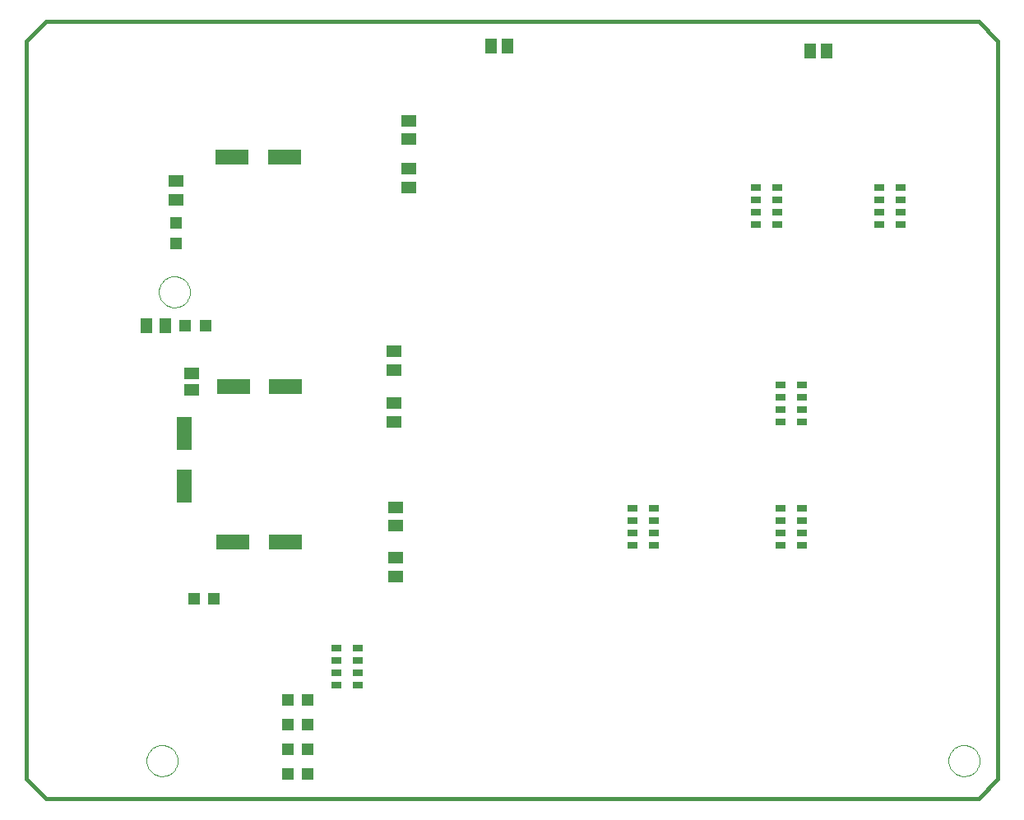
<source format=gtp>
G75*
G70*
%OFA0B0*%
%FSLAX24Y24*%
%IPPOS*%
%LPD*%
%AMOC8*
5,1,8,0,0,1.08239X$1,22.5*
%
%ADD10C,0.0160*%
%ADD11C,0.0000*%
%ADD12R,0.0472X0.0472*%
%ADD13R,0.0630X0.1378*%
%ADD14R,0.0591X0.0512*%
%ADD15R,0.1378X0.0630*%
%ADD16R,0.0512X0.0591*%
%ADD17R,0.0433X0.0295*%
D10*
X003160Y001147D02*
X003947Y000359D01*
X041743Y000359D01*
X042530Y001147D01*
X042530Y031068D01*
X041743Y031855D01*
X003947Y031855D01*
X003160Y031068D01*
X003160Y001147D01*
D11*
X008030Y001891D02*
X008032Y001941D01*
X008038Y001991D01*
X008048Y002040D01*
X008062Y002088D01*
X008079Y002135D01*
X008100Y002180D01*
X008125Y002224D01*
X008153Y002265D01*
X008185Y002304D01*
X008219Y002341D01*
X008256Y002375D01*
X008296Y002405D01*
X008338Y002432D01*
X008382Y002456D01*
X008428Y002477D01*
X008475Y002493D01*
X008523Y002506D01*
X008573Y002515D01*
X008622Y002520D01*
X008673Y002521D01*
X008723Y002518D01*
X008772Y002511D01*
X008821Y002500D01*
X008869Y002485D01*
X008915Y002467D01*
X008960Y002445D01*
X009003Y002419D01*
X009044Y002390D01*
X009083Y002358D01*
X009119Y002323D01*
X009151Y002285D01*
X009181Y002245D01*
X009208Y002202D01*
X009231Y002158D01*
X009250Y002112D01*
X009266Y002064D01*
X009278Y002015D01*
X009286Y001966D01*
X009290Y001916D01*
X009290Y001866D01*
X009286Y001816D01*
X009278Y001767D01*
X009266Y001718D01*
X009250Y001670D01*
X009231Y001624D01*
X009208Y001580D01*
X009181Y001537D01*
X009151Y001497D01*
X009119Y001459D01*
X009083Y001424D01*
X009044Y001392D01*
X009003Y001363D01*
X008960Y001337D01*
X008915Y001315D01*
X008869Y001297D01*
X008821Y001282D01*
X008772Y001271D01*
X008723Y001264D01*
X008673Y001261D01*
X008622Y001262D01*
X008573Y001267D01*
X008523Y001276D01*
X008475Y001289D01*
X008428Y001305D01*
X008382Y001326D01*
X008338Y001350D01*
X008296Y001377D01*
X008256Y001407D01*
X008219Y001441D01*
X008185Y001478D01*
X008153Y001517D01*
X008125Y001558D01*
X008100Y001602D01*
X008079Y001647D01*
X008062Y001694D01*
X008048Y001742D01*
X008038Y001791D01*
X008032Y001841D01*
X008030Y001891D01*
X008530Y020891D02*
X008532Y020941D01*
X008538Y020991D01*
X008548Y021040D01*
X008562Y021088D01*
X008579Y021135D01*
X008600Y021180D01*
X008625Y021224D01*
X008653Y021265D01*
X008685Y021304D01*
X008719Y021341D01*
X008756Y021375D01*
X008796Y021405D01*
X008838Y021432D01*
X008882Y021456D01*
X008928Y021477D01*
X008975Y021493D01*
X009023Y021506D01*
X009073Y021515D01*
X009122Y021520D01*
X009173Y021521D01*
X009223Y021518D01*
X009272Y021511D01*
X009321Y021500D01*
X009369Y021485D01*
X009415Y021467D01*
X009460Y021445D01*
X009503Y021419D01*
X009544Y021390D01*
X009583Y021358D01*
X009619Y021323D01*
X009651Y021285D01*
X009681Y021245D01*
X009708Y021202D01*
X009731Y021158D01*
X009750Y021112D01*
X009766Y021064D01*
X009778Y021015D01*
X009786Y020966D01*
X009790Y020916D01*
X009790Y020866D01*
X009786Y020816D01*
X009778Y020767D01*
X009766Y020718D01*
X009750Y020670D01*
X009731Y020624D01*
X009708Y020580D01*
X009681Y020537D01*
X009651Y020497D01*
X009619Y020459D01*
X009583Y020424D01*
X009544Y020392D01*
X009503Y020363D01*
X009460Y020337D01*
X009415Y020315D01*
X009369Y020297D01*
X009321Y020282D01*
X009272Y020271D01*
X009223Y020264D01*
X009173Y020261D01*
X009122Y020262D01*
X009073Y020267D01*
X009023Y020276D01*
X008975Y020289D01*
X008928Y020305D01*
X008882Y020326D01*
X008838Y020350D01*
X008796Y020377D01*
X008756Y020407D01*
X008719Y020441D01*
X008685Y020478D01*
X008653Y020517D01*
X008625Y020558D01*
X008600Y020602D01*
X008579Y020647D01*
X008562Y020694D01*
X008548Y020742D01*
X008538Y020791D01*
X008532Y020841D01*
X008530Y020891D01*
X040530Y001891D02*
X040532Y001941D01*
X040538Y001991D01*
X040548Y002040D01*
X040562Y002088D01*
X040579Y002135D01*
X040600Y002180D01*
X040625Y002224D01*
X040653Y002265D01*
X040685Y002304D01*
X040719Y002341D01*
X040756Y002375D01*
X040796Y002405D01*
X040838Y002432D01*
X040882Y002456D01*
X040928Y002477D01*
X040975Y002493D01*
X041023Y002506D01*
X041073Y002515D01*
X041122Y002520D01*
X041173Y002521D01*
X041223Y002518D01*
X041272Y002511D01*
X041321Y002500D01*
X041369Y002485D01*
X041415Y002467D01*
X041460Y002445D01*
X041503Y002419D01*
X041544Y002390D01*
X041583Y002358D01*
X041619Y002323D01*
X041651Y002285D01*
X041681Y002245D01*
X041708Y002202D01*
X041731Y002158D01*
X041750Y002112D01*
X041766Y002064D01*
X041778Y002015D01*
X041786Y001966D01*
X041790Y001916D01*
X041790Y001866D01*
X041786Y001816D01*
X041778Y001767D01*
X041766Y001718D01*
X041750Y001670D01*
X041731Y001624D01*
X041708Y001580D01*
X041681Y001537D01*
X041651Y001497D01*
X041619Y001459D01*
X041583Y001424D01*
X041544Y001392D01*
X041503Y001363D01*
X041460Y001337D01*
X041415Y001315D01*
X041369Y001297D01*
X041321Y001282D01*
X041272Y001271D01*
X041223Y001264D01*
X041173Y001261D01*
X041122Y001262D01*
X041073Y001267D01*
X041023Y001276D01*
X040975Y001289D01*
X040928Y001305D01*
X040882Y001326D01*
X040838Y001350D01*
X040796Y001377D01*
X040756Y001407D01*
X040719Y001441D01*
X040685Y001478D01*
X040653Y001517D01*
X040625Y001558D01*
X040600Y001602D01*
X040579Y001647D01*
X040562Y001694D01*
X040548Y001742D01*
X040538Y001791D01*
X040532Y001841D01*
X040530Y001891D01*
D12*
X014573Y002359D03*
X013747Y002359D03*
X013747Y001359D03*
X014573Y001359D03*
X014573Y003359D03*
X013747Y003359D03*
X013747Y004359D03*
X014573Y004359D03*
X010773Y008459D03*
X009947Y008459D03*
X009597Y019509D03*
X010423Y019509D03*
X009210Y022846D03*
X009210Y023673D03*
D13*
X009551Y015160D03*
X009551Y013034D03*
D14*
X009866Y016919D03*
X009866Y017588D03*
X018060Y017735D03*
X018060Y018483D03*
X018060Y016383D03*
X018060Y015635D03*
X018123Y012160D03*
X018123Y011412D03*
X018118Y010115D03*
X018118Y009367D03*
X009210Y024635D03*
X009210Y025383D03*
X018660Y025135D03*
X018660Y025883D03*
X018660Y027085D03*
X018660Y027833D03*
D15*
X013623Y026359D03*
X011497Y026359D03*
X011547Y017056D03*
X013673Y017056D03*
X013645Y010740D03*
X011519Y010740D03*
D16*
X008784Y019509D03*
X008036Y019509D03*
X021975Y030859D03*
X022645Y030859D03*
X034925Y030659D03*
X035595Y030659D03*
D17*
X033581Y025109D03*
X033581Y024609D03*
X033581Y024109D03*
X033581Y023609D03*
X032739Y023609D03*
X032739Y024109D03*
X032739Y024609D03*
X032739Y025109D03*
X037739Y025109D03*
X037739Y024609D03*
X037739Y024109D03*
X037739Y023609D03*
X038581Y023609D03*
X038581Y024109D03*
X038581Y024609D03*
X038581Y025109D03*
X034581Y017109D03*
X034581Y016609D03*
X034581Y016109D03*
X034581Y015609D03*
X033739Y015609D03*
X033739Y016109D03*
X033739Y016609D03*
X033739Y017109D03*
X033739Y012109D03*
X033739Y011609D03*
X033739Y011109D03*
X033739Y010609D03*
X034581Y010609D03*
X034581Y011109D03*
X034581Y011609D03*
X034581Y012109D03*
X028581Y012109D03*
X028581Y011609D03*
X028581Y011109D03*
X028581Y010609D03*
X027739Y010609D03*
X027739Y011109D03*
X027739Y011609D03*
X027739Y012109D03*
X016581Y006459D03*
X016581Y005959D03*
X016581Y005459D03*
X016581Y004959D03*
X015739Y004959D03*
X015739Y005459D03*
X015739Y005959D03*
X015739Y006459D03*
M02*

</source>
